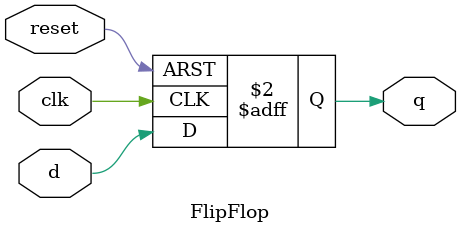
<source format=sv>
`timescale 1ns / 1ps


module FlipFlop(
        input wire logic clk, 
        input wire logic reset,
        input wire logic d, 
        output var logic q);
        always_ff @(posedge clk, posedge reset) begin 
            if (reset) begin 
                q <= 1'b0; 
            end 
            
            else begin 
                q <= d; 
            end 
        
        
        end 
endmodule

</source>
